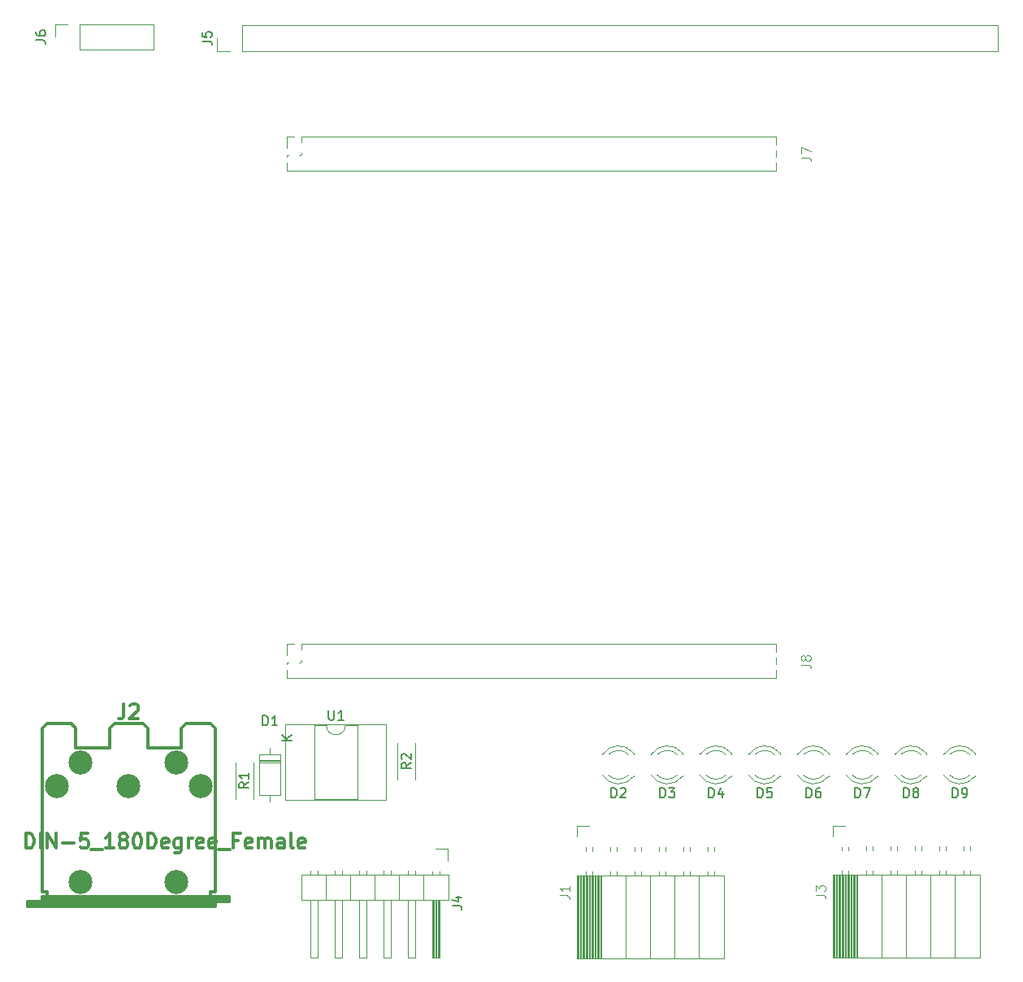
<source format=gbr>
%TF.GenerationSoftware,KiCad,Pcbnew,7.0.10*%
%TF.CreationDate,2024-01-11T09:38:06+00:00*%
%TF.ProjectId,Breakout,42726561-6b6f-4757-942e-6b696361645f,rev?*%
%TF.SameCoordinates,Original*%
%TF.FileFunction,Legend,Top*%
%TF.FilePolarity,Positive*%
%FSLAX46Y46*%
G04 Gerber Fmt 4.6, Leading zero omitted, Abs format (unit mm)*
G04 Created by KiCad (PCBNEW 7.0.10) date 2024-01-11 09:38:06*
%MOMM*%
%LPD*%
G01*
G04 APERTURE LIST*
%ADD10C,0.150000*%
%ADD11C,0.100000*%
%ADD12C,0.304800*%
%ADD13C,0.120000*%
%ADD14C,2.499360*%
G04 APERTURE END LIST*
D10*
X44944819Y-21288333D02*
X45659104Y-21288333D01*
X45659104Y-21288333D02*
X45801961Y-21335952D01*
X45801961Y-21335952D02*
X45897200Y-21431190D01*
X45897200Y-21431190D02*
X45944819Y-21574047D01*
X45944819Y-21574047D02*
X45944819Y-21669285D01*
X44944819Y-20383571D02*
X44944819Y-20574047D01*
X44944819Y-20574047D02*
X44992438Y-20669285D01*
X44992438Y-20669285D02*
X45040057Y-20716904D01*
X45040057Y-20716904D02*
X45182914Y-20812142D01*
X45182914Y-20812142D02*
X45373390Y-20859761D01*
X45373390Y-20859761D02*
X45754342Y-20859761D01*
X45754342Y-20859761D02*
X45849580Y-20812142D01*
X45849580Y-20812142D02*
X45897200Y-20764523D01*
X45897200Y-20764523D02*
X45944819Y-20669285D01*
X45944819Y-20669285D02*
X45944819Y-20478809D01*
X45944819Y-20478809D02*
X45897200Y-20383571D01*
X45897200Y-20383571D02*
X45849580Y-20335952D01*
X45849580Y-20335952D02*
X45754342Y-20288333D01*
X45754342Y-20288333D02*
X45516247Y-20288333D01*
X45516247Y-20288333D02*
X45421009Y-20335952D01*
X45421009Y-20335952D02*
X45373390Y-20383571D01*
X45373390Y-20383571D02*
X45325771Y-20478809D01*
X45325771Y-20478809D02*
X45325771Y-20669285D01*
X45325771Y-20669285D02*
X45373390Y-20764523D01*
X45373390Y-20764523D02*
X45421009Y-20812142D01*
X45421009Y-20812142D02*
X45516247Y-20859761D01*
X84020819Y-96559666D02*
X83544628Y-96892999D01*
X84020819Y-97131094D02*
X83020819Y-97131094D01*
X83020819Y-97131094D02*
X83020819Y-96750142D01*
X83020819Y-96750142D02*
X83068438Y-96654904D01*
X83068438Y-96654904D02*
X83116057Y-96607285D01*
X83116057Y-96607285D02*
X83211295Y-96559666D01*
X83211295Y-96559666D02*
X83354152Y-96559666D01*
X83354152Y-96559666D02*
X83449390Y-96607285D01*
X83449390Y-96607285D02*
X83497009Y-96654904D01*
X83497009Y-96654904D02*
X83544628Y-96750142D01*
X83544628Y-96750142D02*
X83544628Y-97131094D01*
X83116057Y-96178713D02*
X83068438Y-96131094D01*
X83068438Y-96131094D02*
X83020819Y-96035856D01*
X83020819Y-96035856D02*
X83020819Y-95797761D01*
X83020819Y-95797761D02*
X83068438Y-95702523D01*
X83068438Y-95702523D02*
X83116057Y-95654904D01*
X83116057Y-95654904D02*
X83211295Y-95607285D01*
X83211295Y-95607285D02*
X83306533Y-95607285D01*
X83306533Y-95607285D02*
X83449390Y-95654904D01*
X83449390Y-95654904D02*
X84020819Y-96226332D01*
X84020819Y-96226332D02*
X84020819Y-95607285D01*
X140485905Y-100188819D02*
X140485905Y-99188819D01*
X140485905Y-99188819D02*
X140724000Y-99188819D01*
X140724000Y-99188819D02*
X140866857Y-99236438D01*
X140866857Y-99236438D02*
X140962095Y-99331676D01*
X140962095Y-99331676D02*
X141009714Y-99426914D01*
X141009714Y-99426914D02*
X141057333Y-99617390D01*
X141057333Y-99617390D02*
X141057333Y-99760247D01*
X141057333Y-99760247D02*
X141009714Y-99950723D01*
X141009714Y-99950723D02*
X140962095Y-100045961D01*
X140962095Y-100045961D02*
X140866857Y-100141200D01*
X140866857Y-100141200D02*
X140724000Y-100188819D01*
X140724000Y-100188819D02*
X140485905Y-100188819D01*
X141533524Y-100188819D02*
X141724000Y-100188819D01*
X141724000Y-100188819D02*
X141819238Y-100141200D01*
X141819238Y-100141200D02*
X141866857Y-100093580D01*
X141866857Y-100093580D02*
X141962095Y-99950723D01*
X141962095Y-99950723D02*
X142009714Y-99760247D01*
X142009714Y-99760247D02*
X142009714Y-99379295D01*
X142009714Y-99379295D02*
X141962095Y-99284057D01*
X141962095Y-99284057D02*
X141914476Y-99236438D01*
X141914476Y-99236438D02*
X141819238Y-99188819D01*
X141819238Y-99188819D02*
X141628762Y-99188819D01*
X141628762Y-99188819D02*
X141533524Y-99236438D01*
X141533524Y-99236438D02*
X141485905Y-99284057D01*
X141485905Y-99284057D02*
X141438286Y-99379295D01*
X141438286Y-99379295D02*
X141438286Y-99617390D01*
X141438286Y-99617390D02*
X141485905Y-99712628D01*
X141485905Y-99712628D02*
X141533524Y-99760247D01*
X141533524Y-99760247D02*
X141628762Y-99807866D01*
X141628762Y-99807866D02*
X141819238Y-99807866D01*
X141819238Y-99807866D02*
X141914476Y-99760247D01*
X141914476Y-99760247D02*
X141962095Y-99712628D01*
X141962095Y-99712628D02*
X142009714Y-99617390D01*
X104925905Y-100188819D02*
X104925905Y-99188819D01*
X104925905Y-99188819D02*
X105164000Y-99188819D01*
X105164000Y-99188819D02*
X105306857Y-99236438D01*
X105306857Y-99236438D02*
X105402095Y-99331676D01*
X105402095Y-99331676D02*
X105449714Y-99426914D01*
X105449714Y-99426914D02*
X105497333Y-99617390D01*
X105497333Y-99617390D02*
X105497333Y-99760247D01*
X105497333Y-99760247D02*
X105449714Y-99950723D01*
X105449714Y-99950723D02*
X105402095Y-100045961D01*
X105402095Y-100045961D02*
X105306857Y-100141200D01*
X105306857Y-100141200D02*
X105164000Y-100188819D01*
X105164000Y-100188819D02*
X104925905Y-100188819D01*
X105878286Y-99284057D02*
X105925905Y-99236438D01*
X105925905Y-99236438D02*
X106021143Y-99188819D01*
X106021143Y-99188819D02*
X106259238Y-99188819D01*
X106259238Y-99188819D02*
X106354476Y-99236438D01*
X106354476Y-99236438D02*
X106402095Y-99284057D01*
X106402095Y-99284057D02*
X106449714Y-99379295D01*
X106449714Y-99379295D02*
X106449714Y-99474533D01*
X106449714Y-99474533D02*
X106402095Y-99617390D01*
X106402095Y-99617390D02*
X105830667Y-100188819D01*
X105830667Y-100188819D02*
X106449714Y-100188819D01*
X62275819Y-21415333D02*
X62990104Y-21415333D01*
X62990104Y-21415333D02*
X63132961Y-21462952D01*
X63132961Y-21462952D02*
X63228200Y-21558190D01*
X63228200Y-21558190D02*
X63275819Y-21701047D01*
X63275819Y-21701047D02*
X63275819Y-21796285D01*
X62275819Y-20462952D02*
X62275819Y-20939142D01*
X62275819Y-20939142D02*
X62752009Y-20986761D01*
X62752009Y-20986761D02*
X62704390Y-20939142D01*
X62704390Y-20939142D02*
X62656771Y-20843904D01*
X62656771Y-20843904D02*
X62656771Y-20605809D01*
X62656771Y-20605809D02*
X62704390Y-20510571D01*
X62704390Y-20510571D02*
X62752009Y-20462952D01*
X62752009Y-20462952D02*
X62847247Y-20415333D01*
X62847247Y-20415333D02*
X63085342Y-20415333D01*
X63085342Y-20415333D02*
X63180580Y-20462952D01*
X63180580Y-20462952D02*
X63228200Y-20510571D01*
X63228200Y-20510571D02*
X63275819Y-20605809D01*
X63275819Y-20605809D02*
X63275819Y-20843904D01*
X63275819Y-20843904D02*
X63228200Y-20939142D01*
X63228200Y-20939142D02*
X63180580Y-20986761D01*
D11*
X124688619Y-33519933D02*
X125402904Y-33519933D01*
X125402904Y-33519933D02*
X125545761Y-33567552D01*
X125545761Y-33567552D02*
X125641000Y-33662790D01*
X125641000Y-33662790D02*
X125688619Y-33805647D01*
X125688619Y-33805647D02*
X125688619Y-33900885D01*
X124688619Y-33138980D02*
X124688619Y-32472314D01*
X124688619Y-32472314D02*
X125688619Y-32900885D01*
D10*
X130325905Y-100188819D02*
X130325905Y-99188819D01*
X130325905Y-99188819D02*
X130564000Y-99188819D01*
X130564000Y-99188819D02*
X130706857Y-99236438D01*
X130706857Y-99236438D02*
X130802095Y-99331676D01*
X130802095Y-99331676D02*
X130849714Y-99426914D01*
X130849714Y-99426914D02*
X130897333Y-99617390D01*
X130897333Y-99617390D02*
X130897333Y-99760247D01*
X130897333Y-99760247D02*
X130849714Y-99950723D01*
X130849714Y-99950723D02*
X130802095Y-100045961D01*
X130802095Y-100045961D02*
X130706857Y-100141200D01*
X130706857Y-100141200D02*
X130564000Y-100188819D01*
X130564000Y-100188819D02*
X130325905Y-100188819D01*
X131230667Y-99188819D02*
X131897333Y-99188819D01*
X131897333Y-99188819D02*
X131468762Y-100188819D01*
X68603905Y-92656819D02*
X68603905Y-91656819D01*
X68603905Y-91656819D02*
X68842000Y-91656819D01*
X68842000Y-91656819D02*
X68984857Y-91704438D01*
X68984857Y-91704438D02*
X69080095Y-91799676D01*
X69080095Y-91799676D02*
X69127714Y-91894914D01*
X69127714Y-91894914D02*
X69175333Y-92085390D01*
X69175333Y-92085390D02*
X69175333Y-92228247D01*
X69175333Y-92228247D02*
X69127714Y-92418723D01*
X69127714Y-92418723D02*
X69080095Y-92513961D01*
X69080095Y-92513961D02*
X68984857Y-92609200D01*
X68984857Y-92609200D02*
X68842000Y-92656819D01*
X68842000Y-92656819D02*
X68603905Y-92656819D01*
X70127714Y-92656819D02*
X69556286Y-92656819D01*
X69842000Y-92656819D02*
X69842000Y-91656819D01*
X69842000Y-91656819D02*
X69746762Y-91799676D01*
X69746762Y-91799676D02*
X69651524Y-91894914D01*
X69651524Y-91894914D02*
X69556286Y-91942533D01*
X71596819Y-94241904D02*
X70596819Y-94241904D01*
X71596819Y-93670476D02*
X71025390Y-94099047D01*
X70596819Y-93670476D02*
X71168247Y-94241904D01*
D12*
X54114799Y-90478181D02*
X54114799Y-91566752D01*
X54114799Y-91566752D02*
X54042228Y-91784467D01*
X54042228Y-91784467D02*
X53897085Y-91929610D01*
X53897085Y-91929610D02*
X53679371Y-92002181D01*
X53679371Y-92002181D02*
X53534228Y-92002181D01*
X54767942Y-90623324D02*
X54840514Y-90550752D01*
X54840514Y-90550752D02*
X54985657Y-90478181D01*
X54985657Y-90478181D02*
X55348514Y-90478181D01*
X55348514Y-90478181D02*
X55493657Y-90550752D01*
X55493657Y-90550752D02*
X55566228Y-90623324D01*
X55566228Y-90623324D02*
X55638799Y-90768467D01*
X55638799Y-90768467D02*
X55638799Y-90913610D01*
X55638799Y-90913610D02*
X55566228Y-91131324D01*
X55566228Y-91131324D02*
X54695371Y-92002181D01*
X54695371Y-92002181D02*
X55638799Y-92002181D01*
X43905713Y-105464181D02*
X43905713Y-103940181D01*
X43905713Y-103940181D02*
X44268570Y-103940181D01*
X44268570Y-103940181D02*
X44486284Y-104012752D01*
X44486284Y-104012752D02*
X44631427Y-104157895D01*
X44631427Y-104157895D02*
X44703998Y-104303038D01*
X44703998Y-104303038D02*
X44776570Y-104593324D01*
X44776570Y-104593324D02*
X44776570Y-104811038D01*
X44776570Y-104811038D02*
X44703998Y-105101324D01*
X44703998Y-105101324D02*
X44631427Y-105246467D01*
X44631427Y-105246467D02*
X44486284Y-105391610D01*
X44486284Y-105391610D02*
X44268570Y-105464181D01*
X44268570Y-105464181D02*
X43905713Y-105464181D01*
X45429713Y-105464181D02*
X45429713Y-103940181D01*
X46155427Y-105464181D02*
X46155427Y-103940181D01*
X46155427Y-103940181D02*
X47026284Y-105464181D01*
X47026284Y-105464181D02*
X47026284Y-103940181D01*
X47751998Y-104883610D02*
X48913141Y-104883610D01*
X50364569Y-103940181D02*
X49638855Y-103940181D01*
X49638855Y-103940181D02*
X49566283Y-104665895D01*
X49566283Y-104665895D02*
X49638855Y-104593324D01*
X49638855Y-104593324D02*
X49783998Y-104520752D01*
X49783998Y-104520752D02*
X50146855Y-104520752D01*
X50146855Y-104520752D02*
X50291998Y-104593324D01*
X50291998Y-104593324D02*
X50364569Y-104665895D01*
X50364569Y-104665895D02*
X50437140Y-104811038D01*
X50437140Y-104811038D02*
X50437140Y-105173895D01*
X50437140Y-105173895D02*
X50364569Y-105319038D01*
X50364569Y-105319038D02*
X50291998Y-105391610D01*
X50291998Y-105391610D02*
X50146855Y-105464181D01*
X50146855Y-105464181D02*
X49783998Y-105464181D01*
X49783998Y-105464181D02*
X49638855Y-105391610D01*
X49638855Y-105391610D02*
X49566283Y-105319038D01*
X50727427Y-105609324D02*
X51888569Y-105609324D01*
X53049712Y-105464181D02*
X52178855Y-105464181D01*
X52614284Y-105464181D02*
X52614284Y-103940181D01*
X52614284Y-103940181D02*
X52469141Y-104157895D01*
X52469141Y-104157895D02*
X52323998Y-104303038D01*
X52323998Y-104303038D02*
X52178855Y-104375610D01*
X53920570Y-104593324D02*
X53775427Y-104520752D01*
X53775427Y-104520752D02*
X53702856Y-104448181D01*
X53702856Y-104448181D02*
X53630284Y-104303038D01*
X53630284Y-104303038D02*
X53630284Y-104230467D01*
X53630284Y-104230467D02*
X53702856Y-104085324D01*
X53702856Y-104085324D02*
X53775427Y-104012752D01*
X53775427Y-104012752D02*
X53920570Y-103940181D01*
X53920570Y-103940181D02*
X54210856Y-103940181D01*
X54210856Y-103940181D02*
X54355999Y-104012752D01*
X54355999Y-104012752D02*
X54428570Y-104085324D01*
X54428570Y-104085324D02*
X54501141Y-104230467D01*
X54501141Y-104230467D02*
X54501141Y-104303038D01*
X54501141Y-104303038D02*
X54428570Y-104448181D01*
X54428570Y-104448181D02*
X54355999Y-104520752D01*
X54355999Y-104520752D02*
X54210856Y-104593324D01*
X54210856Y-104593324D02*
X53920570Y-104593324D01*
X53920570Y-104593324D02*
X53775427Y-104665895D01*
X53775427Y-104665895D02*
X53702856Y-104738467D01*
X53702856Y-104738467D02*
X53630284Y-104883610D01*
X53630284Y-104883610D02*
X53630284Y-105173895D01*
X53630284Y-105173895D02*
X53702856Y-105319038D01*
X53702856Y-105319038D02*
X53775427Y-105391610D01*
X53775427Y-105391610D02*
X53920570Y-105464181D01*
X53920570Y-105464181D02*
X54210856Y-105464181D01*
X54210856Y-105464181D02*
X54355999Y-105391610D01*
X54355999Y-105391610D02*
X54428570Y-105319038D01*
X54428570Y-105319038D02*
X54501141Y-105173895D01*
X54501141Y-105173895D02*
X54501141Y-104883610D01*
X54501141Y-104883610D02*
X54428570Y-104738467D01*
X54428570Y-104738467D02*
X54355999Y-104665895D01*
X54355999Y-104665895D02*
X54210856Y-104593324D01*
X55444570Y-103940181D02*
X55589713Y-103940181D01*
X55589713Y-103940181D02*
X55734856Y-104012752D01*
X55734856Y-104012752D02*
X55807428Y-104085324D01*
X55807428Y-104085324D02*
X55879999Y-104230467D01*
X55879999Y-104230467D02*
X55952570Y-104520752D01*
X55952570Y-104520752D02*
X55952570Y-104883610D01*
X55952570Y-104883610D02*
X55879999Y-105173895D01*
X55879999Y-105173895D02*
X55807428Y-105319038D01*
X55807428Y-105319038D02*
X55734856Y-105391610D01*
X55734856Y-105391610D02*
X55589713Y-105464181D01*
X55589713Y-105464181D02*
X55444570Y-105464181D01*
X55444570Y-105464181D02*
X55299428Y-105391610D01*
X55299428Y-105391610D02*
X55226856Y-105319038D01*
X55226856Y-105319038D02*
X55154285Y-105173895D01*
X55154285Y-105173895D02*
X55081713Y-104883610D01*
X55081713Y-104883610D02*
X55081713Y-104520752D01*
X55081713Y-104520752D02*
X55154285Y-104230467D01*
X55154285Y-104230467D02*
X55226856Y-104085324D01*
X55226856Y-104085324D02*
X55299428Y-104012752D01*
X55299428Y-104012752D02*
X55444570Y-103940181D01*
X56605714Y-105464181D02*
X56605714Y-103940181D01*
X56605714Y-103940181D02*
X56968571Y-103940181D01*
X56968571Y-103940181D02*
X57186285Y-104012752D01*
X57186285Y-104012752D02*
X57331428Y-104157895D01*
X57331428Y-104157895D02*
X57403999Y-104303038D01*
X57403999Y-104303038D02*
X57476571Y-104593324D01*
X57476571Y-104593324D02*
X57476571Y-104811038D01*
X57476571Y-104811038D02*
X57403999Y-105101324D01*
X57403999Y-105101324D02*
X57331428Y-105246467D01*
X57331428Y-105246467D02*
X57186285Y-105391610D01*
X57186285Y-105391610D02*
X56968571Y-105464181D01*
X56968571Y-105464181D02*
X56605714Y-105464181D01*
X58710285Y-105391610D02*
X58565142Y-105464181D01*
X58565142Y-105464181D02*
X58274857Y-105464181D01*
X58274857Y-105464181D02*
X58129714Y-105391610D01*
X58129714Y-105391610D02*
X58057142Y-105246467D01*
X58057142Y-105246467D02*
X58057142Y-104665895D01*
X58057142Y-104665895D02*
X58129714Y-104520752D01*
X58129714Y-104520752D02*
X58274857Y-104448181D01*
X58274857Y-104448181D02*
X58565142Y-104448181D01*
X58565142Y-104448181D02*
X58710285Y-104520752D01*
X58710285Y-104520752D02*
X58782857Y-104665895D01*
X58782857Y-104665895D02*
X58782857Y-104811038D01*
X58782857Y-104811038D02*
X58057142Y-104956181D01*
X60089143Y-104448181D02*
X60089143Y-105681895D01*
X60089143Y-105681895D02*
X60016571Y-105827038D01*
X60016571Y-105827038D02*
X59944000Y-105899610D01*
X59944000Y-105899610D02*
X59798857Y-105972181D01*
X59798857Y-105972181D02*
X59581143Y-105972181D01*
X59581143Y-105972181D02*
X59436000Y-105899610D01*
X60089143Y-105391610D02*
X59944000Y-105464181D01*
X59944000Y-105464181D02*
X59653714Y-105464181D01*
X59653714Y-105464181D02*
X59508571Y-105391610D01*
X59508571Y-105391610D02*
X59436000Y-105319038D01*
X59436000Y-105319038D02*
X59363428Y-105173895D01*
X59363428Y-105173895D02*
X59363428Y-104738467D01*
X59363428Y-104738467D02*
X59436000Y-104593324D01*
X59436000Y-104593324D02*
X59508571Y-104520752D01*
X59508571Y-104520752D02*
X59653714Y-104448181D01*
X59653714Y-104448181D02*
X59944000Y-104448181D01*
X59944000Y-104448181D02*
X60089143Y-104520752D01*
X60814857Y-105464181D02*
X60814857Y-104448181D01*
X60814857Y-104738467D02*
X60887428Y-104593324D01*
X60887428Y-104593324D02*
X60960000Y-104520752D01*
X60960000Y-104520752D02*
X61105142Y-104448181D01*
X61105142Y-104448181D02*
X61250285Y-104448181D01*
X62338857Y-105391610D02*
X62193714Y-105464181D01*
X62193714Y-105464181D02*
X61903429Y-105464181D01*
X61903429Y-105464181D02*
X61758286Y-105391610D01*
X61758286Y-105391610D02*
X61685714Y-105246467D01*
X61685714Y-105246467D02*
X61685714Y-104665895D01*
X61685714Y-104665895D02*
X61758286Y-104520752D01*
X61758286Y-104520752D02*
X61903429Y-104448181D01*
X61903429Y-104448181D02*
X62193714Y-104448181D01*
X62193714Y-104448181D02*
X62338857Y-104520752D01*
X62338857Y-104520752D02*
X62411429Y-104665895D01*
X62411429Y-104665895D02*
X62411429Y-104811038D01*
X62411429Y-104811038D02*
X61685714Y-104956181D01*
X63645143Y-105391610D02*
X63500000Y-105464181D01*
X63500000Y-105464181D02*
X63209715Y-105464181D01*
X63209715Y-105464181D02*
X63064572Y-105391610D01*
X63064572Y-105391610D02*
X62992000Y-105246467D01*
X62992000Y-105246467D02*
X62992000Y-104665895D01*
X62992000Y-104665895D02*
X63064572Y-104520752D01*
X63064572Y-104520752D02*
X63209715Y-104448181D01*
X63209715Y-104448181D02*
X63500000Y-104448181D01*
X63500000Y-104448181D02*
X63645143Y-104520752D01*
X63645143Y-104520752D02*
X63717715Y-104665895D01*
X63717715Y-104665895D02*
X63717715Y-104811038D01*
X63717715Y-104811038D02*
X62992000Y-104956181D01*
X64008001Y-105609324D02*
X65169143Y-105609324D01*
X66040001Y-104665895D02*
X65532001Y-104665895D01*
X65532001Y-105464181D02*
X65532001Y-103940181D01*
X65532001Y-103940181D02*
X66257715Y-103940181D01*
X67418858Y-105391610D02*
X67273715Y-105464181D01*
X67273715Y-105464181D02*
X66983430Y-105464181D01*
X66983430Y-105464181D02*
X66838287Y-105391610D01*
X66838287Y-105391610D02*
X66765715Y-105246467D01*
X66765715Y-105246467D02*
X66765715Y-104665895D01*
X66765715Y-104665895D02*
X66838287Y-104520752D01*
X66838287Y-104520752D02*
X66983430Y-104448181D01*
X66983430Y-104448181D02*
X67273715Y-104448181D01*
X67273715Y-104448181D02*
X67418858Y-104520752D01*
X67418858Y-104520752D02*
X67491430Y-104665895D01*
X67491430Y-104665895D02*
X67491430Y-104811038D01*
X67491430Y-104811038D02*
X66765715Y-104956181D01*
X68144573Y-105464181D02*
X68144573Y-104448181D01*
X68144573Y-104593324D02*
X68217144Y-104520752D01*
X68217144Y-104520752D02*
X68362287Y-104448181D01*
X68362287Y-104448181D02*
X68580001Y-104448181D01*
X68580001Y-104448181D02*
X68725144Y-104520752D01*
X68725144Y-104520752D02*
X68797716Y-104665895D01*
X68797716Y-104665895D02*
X68797716Y-105464181D01*
X68797716Y-104665895D02*
X68870287Y-104520752D01*
X68870287Y-104520752D02*
X69015430Y-104448181D01*
X69015430Y-104448181D02*
X69233144Y-104448181D01*
X69233144Y-104448181D02*
X69378287Y-104520752D01*
X69378287Y-104520752D02*
X69450858Y-104665895D01*
X69450858Y-104665895D02*
X69450858Y-105464181D01*
X70829716Y-105464181D02*
X70829716Y-104665895D01*
X70829716Y-104665895D02*
X70757144Y-104520752D01*
X70757144Y-104520752D02*
X70612001Y-104448181D01*
X70612001Y-104448181D02*
X70321716Y-104448181D01*
X70321716Y-104448181D02*
X70176573Y-104520752D01*
X70829716Y-105391610D02*
X70684573Y-105464181D01*
X70684573Y-105464181D02*
X70321716Y-105464181D01*
X70321716Y-105464181D02*
X70176573Y-105391610D01*
X70176573Y-105391610D02*
X70104001Y-105246467D01*
X70104001Y-105246467D02*
X70104001Y-105101324D01*
X70104001Y-105101324D02*
X70176573Y-104956181D01*
X70176573Y-104956181D02*
X70321716Y-104883610D01*
X70321716Y-104883610D02*
X70684573Y-104883610D01*
X70684573Y-104883610D02*
X70829716Y-104811038D01*
X71773144Y-105464181D02*
X71628001Y-105391610D01*
X71628001Y-105391610D02*
X71555430Y-105246467D01*
X71555430Y-105246467D02*
X71555430Y-103940181D01*
X72934287Y-105391610D02*
X72789144Y-105464181D01*
X72789144Y-105464181D02*
X72498859Y-105464181D01*
X72498859Y-105464181D02*
X72353716Y-105391610D01*
X72353716Y-105391610D02*
X72281144Y-105246467D01*
X72281144Y-105246467D02*
X72281144Y-104665895D01*
X72281144Y-104665895D02*
X72353716Y-104520752D01*
X72353716Y-104520752D02*
X72498859Y-104448181D01*
X72498859Y-104448181D02*
X72789144Y-104448181D01*
X72789144Y-104448181D02*
X72934287Y-104520752D01*
X72934287Y-104520752D02*
X73006859Y-104665895D01*
X73006859Y-104665895D02*
X73006859Y-104811038D01*
X73006859Y-104811038D02*
X72281144Y-104956181D01*
D10*
X120165905Y-100188819D02*
X120165905Y-99188819D01*
X120165905Y-99188819D02*
X120404000Y-99188819D01*
X120404000Y-99188819D02*
X120546857Y-99236438D01*
X120546857Y-99236438D02*
X120642095Y-99331676D01*
X120642095Y-99331676D02*
X120689714Y-99426914D01*
X120689714Y-99426914D02*
X120737333Y-99617390D01*
X120737333Y-99617390D02*
X120737333Y-99760247D01*
X120737333Y-99760247D02*
X120689714Y-99950723D01*
X120689714Y-99950723D02*
X120642095Y-100045961D01*
X120642095Y-100045961D02*
X120546857Y-100141200D01*
X120546857Y-100141200D02*
X120404000Y-100188819D01*
X120404000Y-100188819D02*
X120165905Y-100188819D01*
X121642095Y-99188819D02*
X121165905Y-99188819D01*
X121165905Y-99188819D02*
X121118286Y-99665009D01*
X121118286Y-99665009D02*
X121165905Y-99617390D01*
X121165905Y-99617390D02*
X121261143Y-99569771D01*
X121261143Y-99569771D02*
X121499238Y-99569771D01*
X121499238Y-99569771D02*
X121594476Y-99617390D01*
X121594476Y-99617390D02*
X121642095Y-99665009D01*
X121642095Y-99665009D02*
X121689714Y-99760247D01*
X121689714Y-99760247D02*
X121689714Y-99998342D01*
X121689714Y-99998342D02*
X121642095Y-100093580D01*
X121642095Y-100093580D02*
X121594476Y-100141200D01*
X121594476Y-100141200D02*
X121499238Y-100188819D01*
X121499238Y-100188819D02*
X121261143Y-100188819D01*
X121261143Y-100188819D02*
X121165905Y-100141200D01*
X121165905Y-100141200D02*
X121118286Y-100093580D01*
X115085905Y-100188819D02*
X115085905Y-99188819D01*
X115085905Y-99188819D02*
X115324000Y-99188819D01*
X115324000Y-99188819D02*
X115466857Y-99236438D01*
X115466857Y-99236438D02*
X115562095Y-99331676D01*
X115562095Y-99331676D02*
X115609714Y-99426914D01*
X115609714Y-99426914D02*
X115657333Y-99617390D01*
X115657333Y-99617390D02*
X115657333Y-99760247D01*
X115657333Y-99760247D02*
X115609714Y-99950723D01*
X115609714Y-99950723D02*
X115562095Y-100045961D01*
X115562095Y-100045961D02*
X115466857Y-100141200D01*
X115466857Y-100141200D02*
X115324000Y-100188819D01*
X115324000Y-100188819D02*
X115085905Y-100188819D01*
X116514476Y-99522152D02*
X116514476Y-100188819D01*
X116276381Y-99141200D02*
X116038286Y-99855485D01*
X116038286Y-99855485D02*
X116657333Y-99855485D01*
X75448095Y-91094819D02*
X75448095Y-91904342D01*
X75448095Y-91904342D02*
X75495714Y-91999580D01*
X75495714Y-91999580D02*
X75543333Y-92047200D01*
X75543333Y-92047200D02*
X75638571Y-92094819D01*
X75638571Y-92094819D02*
X75829047Y-92094819D01*
X75829047Y-92094819D02*
X75924285Y-92047200D01*
X75924285Y-92047200D02*
X75971904Y-91999580D01*
X75971904Y-91999580D02*
X76019523Y-91904342D01*
X76019523Y-91904342D02*
X76019523Y-91094819D01*
X77019523Y-92094819D02*
X76448095Y-92094819D01*
X76733809Y-92094819D02*
X76733809Y-91094819D01*
X76733809Y-91094819D02*
X76638571Y-91237676D01*
X76638571Y-91237676D02*
X76543333Y-91332914D01*
X76543333Y-91332914D02*
X76448095Y-91380533D01*
X88338819Y-111468333D02*
X89053104Y-111468333D01*
X89053104Y-111468333D02*
X89195961Y-111515952D01*
X89195961Y-111515952D02*
X89291200Y-111611190D01*
X89291200Y-111611190D02*
X89338819Y-111754047D01*
X89338819Y-111754047D02*
X89338819Y-111849285D01*
X88672152Y-110563571D02*
X89338819Y-110563571D01*
X88291200Y-110801666D02*
X89005485Y-111039761D01*
X89005485Y-111039761D02*
X89005485Y-110420714D01*
X110000905Y-100188819D02*
X110000905Y-99188819D01*
X110000905Y-99188819D02*
X110239000Y-99188819D01*
X110239000Y-99188819D02*
X110381857Y-99236438D01*
X110381857Y-99236438D02*
X110477095Y-99331676D01*
X110477095Y-99331676D02*
X110524714Y-99426914D01*
X110524714Y-99426914D02*
X110572333Y-99617390D01*
X110572333Y-99617390D02*
X110572333Y-99760247D01*
X110572333Y-99760247D02*
X110524714Y-99950723D01*
X110524714Y-99950723D02*
X110477095Y-100045961D01*
X110477095Y-100045961D02*
X110381857Y-100141200D01*
X110381857Y-100141200D02*
X110239000Y-100188819D01*
X110239000Y-100188819D02*
X110000905Y-100188819D01*
X110905667Y-99188819D02*
X111524714Y-99188819D01*
X111524714Y-99188819D02*
X111191381Y-99569771D01*
X111191381Y-99569771D02*
X111334238Y-99569771D01*
X111334238Y-99569771D02*
X111429476Y-99617390D01*
X111429476Y-99617390D02*
X111477095Y-99665009D01*
X111477095Y-99665009D02*
X111524714Y-99760247D01*
X111524714Y-99760247D02*
X111524714Y-99998342D01*
X111524714Y-99998342D02*
X111477095Y-100093580D01*
X111477095Y-100093580D02*
X111429476Y-100141200D01*
X111429476Y-100141200D02*
X111334238Y-100188819D01*
X111334238Y-100188819D02*
X111048524Y-100188819D01*
X111048524Y-100188819D02*
X110953286Y-100141200D01*
X110953286Y-100141200D02*
X110905667Y-100093580D01*
D11*
X99533419Y-110375333D02*
X100247704Y-110375333D01*
X100247704Y-110375333D02*
X100390561Y-110422952D01*
X100390561Y-110422952D02*
X100485800Y-110518190D01*
X100485800Y-110518190D02*
X100533419Y-110661047D01*
X100533419Y-110661047D02*
X100533419Y-110756285D01*
X100533419Y-109375333D02*
X100533419Y-109946761D01*
X100533419Y-109661047D02*
X99533419Y-109661047D01*
X99533419Y-109661047D02*
X99676276Y-109756285D01*
X99676276Y-109756285D02*
X99771514Y-109851523D01*
X99771514Y-109851523D02*
X99819133Y-109946761D01*
X126203419Y-110315333D02*
X126917704Y-110315333D01*
X126917704Y-110315333D02*
X127060561Y-110362952D01*
X127060561Y-110362952D02*
X127155800Y-110458190D01*
X127155800Y-110458190D02*
X127203419Y-110601047D01*
X127203419Y-110601047D02*
X127203419Y-110696285D01*
X126203419Y-109934380D02*
X126203419Y-109315333D01*
X126203419Y-109315333D02*
X126584371Y-109648666D01*
X126584371Y-109648666D02*
X126584371Y-109505809D01*
X126584371Y-109505809D02*
X126631990Y-109410571D01*
X126631990Y-109410571D02*
X126679609Y-109362952D01*
X126679609Y-109362952D02*
X126774847Y-109315333D01*
X126774847Y-109315333D02*
X127012942Y-109315333D01*
X127012942Y-109315333D02*
X127108180Y-109362952D01*
X127108180Y-109362952D02*
X127155800Y-109410571D01*
X127155800Y-109410571D02*
X127203419Y-109505809D01*
X127203419Y-109505809D02*
X127203419Y-109791523D01*
X127203419Y-109791523D02*
X127155800Y-109886761D01*
X127155800Y-109886761D02*
X127108180Y-109934380D01*
D10*
X125245905Y-100188819D02*
X125245905Y-99188819D01*
X125245905Y-99188819D02*
X125484000Y-99188819D01*
X125484000Y-99188819D02*
X125626857Y-99236438D01*
X125626857Y-99236438D02*
X125722095Y-99331676D01*
X125722095Y-99331676D02*
X125769714Y-99426914D01*
X125769714Y-99426914D02*
X125817333Y-99617390D01*
X125817333Y-99617390D02*
X125817333Y-99760247D01*
X125817333Y-99760247D02*
X125769714Y-99950723D01*
X125769714Y-99950723D02*
X125722095Y-100045961D01*
X125722095Y-100045961D02*
X125626857Y-100141200D01*
X125626857Y-100141200D02*
X125484000Y-100188819D01*
X125484000Y-100188819D02*
X125245905Y-100188819D01*
X126674476Y-99188819D02*
X126484000Y-99188819D01*
X126484000Y-99188819D02*
X126388762Y-99236438D01*
X126388762Y-99236438D02*
X126341143Y-99284057D01*
X126341143Y-99284057D02*
X126245905Y-99426914D01*
X126245905Y-99426914D02*
X126198286Y-99617390D01*
X126198286Y-99617390D02*
X126198286Y-99998342D01*
X126198286Y-99998342D02*
X126245905Y-100093580D01*
X126245905Y-100093580D02*
X126293524Y-100141200D01*
X126293524Y-100141200D02*
X126388762Y-100188819D01*
X126388762Y-100188819D02*
X126579238Y-100188819D01*
X126579238Y-100188819D02*
X126674476Y-100141200D01*
X126674476Y-100141200D02*
X126722095Y-100093580D01*
X126722095Y-100093580D02*
X126769714Y-99998342D01*
X126769714Y-99998342D02*
X126769714Y-99760247D01*
X126769714Y-99760247D02*
X126722095Y-99665009D01*
X126722095Y-99665009D02*
X126674476Y-99617390D01*
X126674476Y-99617390D02*
X126579238Y-99569771D01*
X126579238Y-99569771D02*
X126388762Y-99569771D01*
X126388762Y-99569771D02*
X126293524Y-99617390D01*
X126293524Y-99617390D02*
X126245905Y-99665009D01*
X126245905Y-99665009D02*
X126198286Y-99760247D01*
X67129819Y-98591666D02*
X66653628Y-98924999D01*
X67129819Y-99163094D02*
X66129819Y-99163094D01*
X66129819Y-99163094D02*
X66129819Y-98782142D01*
X66129819Y-98782142D02*
X66177438Y-98686904D01*
X66177438Y-98686904D02*
X66225057Y-98639285D01*
X66225057Y-98639285D02*
X66320295Y-98591666D01*
X66320295Y-98591666D02*
X66463152Y-98591666D01*
X66463152Y-98591666D02*
X66558390Y-98639285D01*
X66558390Y-98639285D02*
X66606009Y-98686904D01*
X66606009Y-98686904D02*
X66653628Y-98782142D01*
X66653628Y-98782142D02*
X66653628Y-99163094D01*
X67129819Y-97639285D02*
X67129819Y-98210713D01*
X67129819Y-97924999D02*
X66129819Y-97924999D01*
X66129819Y-97924999D02*
X66272676Y-98020237D01*
X66272676Y-98020237D02*
X66367914Y-98115475D01*
X66367914Y-98115475D02*
X66415533Y-98210713D01*
X135405905Y-100188819D02*
X135405905Y-99188819D01*
X135405905Y-99188819D02*
X135644000Y-99188819D01*
X135644000Y-99188819D02*
X135786857Y-99236438D01*
X135786857Y-99236438D02*
X135882095Y-99331676D01*
X135882095Y-99331676D02*
X135929714Y-99426914D01*
X135929714Y-99426914D02*
X135977333Y-99617390D01*
X135977333Y-99617390D02*
X135977333Y-99760247D01*
X135977333Y-99760247D02*
X135929714Y-99950723D01*
X135929714Y-99950723D02*
X135882095Y-100045961D01*
X135882095Y-100045961D02*
X135786857Y-100141200D01*
X135786857Y-100141200D02*
X135644000Y-100188819D01*
X135644000Y-100188819D02*
X135405905Y-100188819D01*
X136548762Y-99617390D02*
X136453524Y-99569771D01*
X136453524Y-99569771D02*
X136405905Y-99522152D01*
X136405905Y-99522152D02*
X136358286Y-99426914D01*
X136358286Y-99426914D02*
X136358286Y-99379295D01*
X136358286Y-99379295D02*
X136405905Y-99284057D01*
X136405905Y-99284057D02*
X136453524Y-99236438D01*
X136453524Y-99236438D02*
X136548762Y-99188819D01*
X136548762Y-99188819D02*
X136739238Y-99188819D01*
X136739238Y-99188819D02*
X136834476Y-99236438D01*
X136834476Y-99236438D02*
X136882095Y-99284057D01*
X136882095Y-99284057D02*
X136929714Y-99379295D01*
X136929714Y-99379295D02*
X136929714Y-99426914D01*
X136929714Y-99426914D02*
X136882095Y-99522152D01*
X136882095Y-99522152D02*
X136834476Y-99569771D01*
X136834476Y-99569771D02*
X136739238Y-99617390D01*
X136739238Y-99617390D02*
X136548762Y-99617390D01*
X136548762Y-99617390D02*
X136453524Y-99665009D01*
X136453524Y-99665009D02*
X136405905Y-99712628D01*
X136405905Y-99712628D02*
X136358286Y-99807866D01*
X136358286Y-99807866D02*
X136358286Y-99998342D01*
X136358286Y-99998342D02*
X136405905Y-100093580D01*
X136405905Y-100093580D02*
X136453524Y-100141200D01*
X136453524Y-100141200D02*
X136548762Y-100188819D01*
X136548762Y-100188819D02*
X136739238Y-100188819D01*
X136739238Y-100188819D02*
X136834476Y-100141200D01*
X136834476Y-100141200D02*
X136882095Y-100093580D01*
X136882095Y-100093580D02*
X136929714Y-99998342D01*
X136929714Y-99998342D02*
X136929714Y-99807866D01*
X136929714Y-99807866D02*
X136882095Y-99712628D01*
X136882095Y-99712628D02*
X136834476Y-99665009D01*
X136834476Y-99665009D02*
X136739238Y-99617390D01*
D11*
X124688619Y-86351933D02*
X125402904Y-86351933D01*
X125402904Y-86351933D02*
X125545761Y-86399552D01*
X125545761Y-86399552D02*
X125641000Y-86494790D01*
X125641000Y-86494790D02*
X125688619Y-86637647D01*
X125688619Y-86637647D02*
X125688619Y-86732885D01*
X125117190Y-85732885D02*
X125069571Y-85828123D01*
X125069571Y-85828123D02*
X125021952Y-85875742D01*
X125021952Y-85875742D02*
X124926714Y-85923361D01*
X124926714Y-85923361D02*
X124879095Y-85923361D01*
X124879095Y-85923361D02*
X124783857Y-85875742D01*
X124783857Y-85875742D02*
X124736238Y-85828123D01*
X124736238Y-85828123D02*
X124688619Y-85732885D01*
X124688619Y-85732885D02*
X124688619Y-85542409D01*
X124688619Y-85542409D02*
X124736238Y-85447171D01*
X124736238Y-85447171D02*
X124783857Y-85399552D01*
X124783857Y-85399552D02*
X124879095Y-85351933D01*
X124879095Y-85351933D02*
X124926714Y-85351933D01*
X124926714Y-85351933D02*
X125021952Y-85399552D01*
X125021952Y-85399552D02*
X125069571Y-85447171D01*
X125069571Y-85447171D02*
X125117190Y-85542409D01*
X125117190Y-85542409D02*
X125117190Y-85732885D01*
X125117190Y-85732885D02*
X125164809Y-85828123D01*
X125164809Y-85828123D02*
X125212428Y-85875742D01*
X125212428Y-85875742D02*
X125307666Y-85923361D01*
X125307666Y-85923361D02*
X125498142Y-85923361D01*
X125498142Y-85923361D02*
X125593380Y-85875742D01*
X125593380Y-85875742D02*
X125641000Y-85828123D01*
X125641000Y-85828123D02*
X125688619Y-85732885D01*
X125688619Y-85732885D02*
X125688619Y-85542409D01*
X125688619Y-85542409D02*
X125641000Y-85447171D01*
X125641000Y-85447171D02*
X125593380Y-85399552D01*
X125593380Y-85399552D02*
X125498142Y-85351933D01*
X125498142Y-85351933D02*
X125307666Y-85351933D01*
X125307666Y-85351933D02*
X125212428Y-85399552D01*
X125212428Y-85399552D02*
X125164809Y-85447171D01*
X125164809Y-85447171D02*
X125117190Y-85542409D01*
D13*
%TO.C,J6*%
X49530000Y-22285000D02*
X57210000Y-22285000D01*
X49530000Y-22285000D02*
X49530000Y-19625000D01*
X57210000Y-22285000D02*
X57210000Y-19625000D01*
X46930000Y-20955000D02*
X46930000Y-19625000D01*
X46930000Y-19625000D02*
X48260000Y-19625000D01*
X49530000Y-19625000D02*
X57210000Y-19625000D01*
%TO.C,R2*%
X82646000Y-98313000D02*
X82646000Y-94473000D01*
X84486000Y-98313000D02*
X84486000Y-94473000D01*
%TO.C,D9*%
X142784000Y-98010000D02*
X142784000Y-97854000D01*
X142784000Y-95694000D02*
X142784000Y-95538000D01*
X139551666Y-97852608D02*
G75*
G03*
X142783999Y-98009515I1672334J1078608D01*
G01*
X140182871Y-97853836D02*
G75*
G03*
X142264960Y-97853999I1041129J1079836D01*
G01*
X142264960Y-95694001D02*
G75*
G03*
X140182871Y-95694164I-1040960J-1079999D01*
G01*
X142783999Y-95538485D02*
G75*
G03*
X139551666Y-95695392I-1559999J-1235515D01*
G01*
%TO.C,D2*%
X107224000Y-98010000D02*
X107224000Y-97854000D01*
X107224000Y-95694000D02*
X107224000Y-95538000D01*
X103991666Y-97852608D02*
G75*
G03*
X107223999Y-98009515I1672334J1078608D01*
G01*
X104622871Y-97853836D02*
G75*
G03*
X106704960Y-97853999I1041129J1079836D01*
G01*
X106704960Y-95694001D02*
G75*
G03*
X104622871Y-95694164I-1040960J-1079999D01*
G01*
X107223999Y-95538485D02*
G75*
G03*
X103991666Y-95695392I-1559999J-1235515D01*
G01*
%TO.C,J5*%
X63821000Y-22412000D02*
X63821000Y-21082000D01*
X65151000Y-22412000D02*
X63821000Y-22412000D01*
X66421000Y-22412000D02*
X145221000Y-22412000D01*
X66421000Y-22412000D02*
X66421000Y-19752000D01*
X145221000Y-22412000D02*
X145221000Y-19752000D01*
X66421000Y-19752000D02*
X145221000Y-19752000D01*
%TO.C,J7*%
X71136200Y-34886600D02*
X122056200Y-34886600D01*
X71136200Y-34064130D02*
X71136200Y-34886600D01*
X122056200Y-34064130D02*
X122056200Y-34886600D01*
X71136200Y-33246600D02*
X71136200Y-33449070D01*
X71267729Y-33246600D02*
X71136200Y-33246600D01*
X72537729Y-33246600D02*
X72394671Y-33246600D01*
X72591200Y-33050071D02*
X72591200Y-33193129D01*
X122056200Y-32794130D02*
X122056200Y-33449070D01*
X71071200Y-31356600D02*
X71071200Y-32486600D01*
X71831200Y-31356600D02*
X71071200Y-31356600D01*
X72591200Y-31356600D02*
X72591200Y-31923129D01*
X72591200Y-31356600D02*
X122056200Y-31356600D01*
X122056200Y-31356600D02*
X122056200Y-32179070D01*
%TO.C,D7*%
X132624000Y-98010000D02*
X132624000Y-97854000D01*
X132624000Y-95694000D02*
X132624000Y-95538000D01*
X129391666Y-97852608D02*
G75*
G03*
X132623999Y-98009515I1672334J1078608D01*
G01*
X130022871Y-97853836D02*
G75*
G03*
X132104960Y-97853999I1041129J1079836D01*
G01*
X132104960Y-95694001D02*
G75*
G03*
X130022871Y-95694164I-1040960J-1079999D01*
G01*
X132623999Y-95538485D02*
G75*
G03*
X129391666Y-95695392I-1559999J-1235515D01*
G01*
%TO.C,D1*%
X69342000Y-95020000D02*
X69342000Y-95670000D01*
X70462000Y-95670000D02*
X68222000Y-95670000D01*
X68222000Y-95670000D02*
X68222000Y-99910000D01*
X70462000Y-96270000D02*
X68222000Y-96270000D01*
X70462000Y-96390000D02*
X68222000Y-96390000D01*
X70462000Y-96510000D02*
X68222000Y-96510000D01*
X70462000Y-99910000D02*
X70462000Y-95670000D01*
X68222000Y-99910000D02*
X70462000Y-99910000D01*
X69342000Y-100560000D02*
X69342000Y-99910000D01*
D12*
%TO.C,J2*%
X44122440Y-110996220D02*
X45623580Y-110996220D01*
X44122440Y-111247680D02*
X63622020Y-111247680D01*
X44122440Y-111496600D02*
X44122440Y-110996220D01*
X45623580Y-92997780D02*
X45623580Y-109998000D01*
X45623580Y-92997780D02*
X46123960Y-92497400D01*
X45623580Y-109998000D02*
X46123960Y-109998000D01*
X45623580Y-110495840D02*
X65123160Y-110495840D01*
X45623580Y-110747300D02*
X65123160Y-110747300D01*
X45623580Y-110996220D02*
X45623580Y-110495840D01*
X46123960Y-92497400D02*
X48623320Y-92497400D01*
X46123960Y-109998000D02*
X46123960Y-110495840D01*
X48623320Y-92497400D02*
X49123700Y-92997780D01*
X49123700Y-92997780D02*
X49123700Y-94996760D01*
X49123700Y-94996760D02*
X52623820Y-94996760D01*
X52623820Y-92997780D02*
X52623820Y-94996760D01*
X53121660Y-92497400D02*
X52623820Y-92997780D01*
X53121660Y-92497400D02*
X56123940Y-92497400D01*
X56123940Y-92497400D02*
X56621780Y-92997780D01*
X56621780Y-92997780D02*
X56621780Y-94996760D01*
X60121900Y-92997780D02*
X60121900Y-94996760D01*
X60121900Y-94996760D02*
X56621780Y-94996760D01*
X60622280Y-92497400D02*
X60121900Y-92997780D01*
X61122660Y-92497400D02*
X60622280Y-92497400D01*
X63121640Y-92497400D02*
X61122660Y-92497400D01*
X63121640Y-110495840D02*
X63121640Y-109998000D01*
X63622020Y-92997780D02*
X63121640Y-92497400D01*
X63622020Y-92997780D02*
X63622020Y-109998000D01*
X63622020Y-109998000D02*
X63121640Y-109998000D01*
X63622020Y-110996220D02*
X45623580Y-110996220D01*
X63622020Y-110996220D02*
X63622020Y-111496600D01*
X63622020Y-111496600D02*
X44122440Y-111496600D01*
X65123160Y-110495840D02*
X65123160Y-110996220D01*
X65123160Y-110996220D02*
X63622020Y-110996220D01*
D13*
%TO.C,D5*%
X122464000Y-98010000D02*
X122464000Y-97854000D01*
X122464000Y-95694000D02*
X122464000Y-95538000D01*
X119231666Y-97852608D02*
G75*
G03*
X122463999Y-98009515I1672334J1078608D01*
G01*
X119862871Y-97853836D02*
G75*
G03*
X121944960Y-97853999I1041129J1079836D01*
G01*
X121944960Y-95694001D02*
G75*
G03*
X119862871Y-95694164I-1040960J-1079999D01*
G01*
X122463999Y-95538485D02*
G75*
G03*
X119231666Y-95695392I-1559999J-1235515D01*
G01*
%TO.C,D4*%
X117384000Y-98010000D02*
X117384000Y-97854000D01*
X117384000Y-95694000D02*
X117384000Y-95538000D01*
X114151666Y-97852608D02*
G75*
G03*
X117383999Y-98009515I1672334J1078608D01*
G01*
X114782871Y-97853836D02*
G75*
G03*
X116864960Y-97853999I1041129J1079836D01*
G01*
X116864960Y-95694001D02*
G75*
G03*
X114782871Y-95694164I-1040960J-1079999D01*
G01*
X117383999Y-95538485D02*
G75*
G03*
X114151666Y-95695392I-1559999J-1235515D01*
G01*
%TO.C,U1*%
X70960000Y-92580000D02*
X70960000Y-100440000D01*
X70960000Y-100440000D02*
X81460000Y-100440000D01*
X73960000Y-92640000D02*
X73960000Y-100380000D01*
X73960000Y-100380000D02*
X78460000Y-100380000D01*
X75210000Y-92640000D02*
X73960000Y-92640000D01*
X78460000Y-92640000D02*
X77210000Y-92640000D01*
X78460000Y-100380000D02*
X78460000Y-92640000D01*
X81460000Y-92580000D02*
X70960000Y-92580000D01*
X81460000Y-100440000D02*
X81460000Y-92580000D01*
X75210000Y-92640000D02*
G75*
G03*
X77210000Y-92640000I1000000J0D01*
G01*
%TO.C,J4*%
X87884000Y-105480000D02*
X87884000Y-106750000D01*
X86614000Y-105480000D02*
X87884000Y-105480000D01*
X84454000Y-107792929D02*
X84454000Y-108190000D01*
X83694000Y-107792929D02*
X83694000Y-108190000D01*
X81914000Y-107792929D02*
X81914000Y-108190000D01*
X81154000Y-107792929D02*
X81154000Y-108190000D01*
X79374000Y-107792929D02*
X79374000Y-108190000D01*
X78614000Y-107792929D02*
X78614000Y-108190000D01*
X76834000Y-107792929D02*
X76834000Y-108190000D01*
X76074000Y-107792929D02*
X76074000Y-108190000D01*
X74294000Y-107792929D02*
X74294000Y-108190000D01*
X73534000Y-107792929D02*
X73534000Y-108190000D01*
X86994000Y-107860000D02*
X86994000Y-108190000D01*
X86234000Y-107860000D02*
X86234000Y-108190000D01*
X87944000Y-108190000D02*
X72584000Y-108190000D01*
X85344000Y-108190000D02*
X85344000Y-110850000D01*
X82804000Y-108190000D02*
X82804000Y-110850000D01*
X80264000Y-108190000D02*
X80264000Y-110850000D01*
X77724000Y-108190000D02*
X77724000Y-110850000D01*
X75184000Y-108190000D02*
X75184000Y-110850000D01*
X72584000Y-108190000D02*
X72584000Y-110850000D01*
X87944000Y-110850000D02*
X87944000Y-108190000D01*
X86994000Y-110850000D02*
X86994000Y-116850000D01*
X86934000Y-110850000D02*
X86934000Y-116850000D01*
X86814000Y-110850000D02*
X86814000Y-116850000D01*
X86694000Y-110850000D02*
X86694000Y-116850000D01*
X86574000Y-110850000D02*
X86574000Y-116850000D01*
X86454000Y-110850000D02*
X86454000Y-116850000D01*
X86334000Y-110850000D02*
X86334000Y-116850000D01*
X84454000Y-110850000D02*
X84454000Y-116850000D01*
X81914000Y-110850000D02*
X81914000Y-116850000D01*
X79374000Y-110850000D02*
X79374000Y-116850000D01*
X76834000Y-110850000D02*
X76834000Y-116850000D01*
X74294000Y-110850000D02*
X74294000Y-116850000D01*
X72584000Y-110850000D02*
X87944000Y-110850000D01*
X86994000Y-116850000D02*
X86234000Y-116850000D01*
X86234000Y-116850000D02*
X86234000Y-110850000D01*
X84454000Y-116850000D02*
X83694000Y-116850000D01*
X83694000Y-116850000D02*
X83694000Y-110850000D01*
X81914000Y-116850000D02*
X81154000Y-116850000D01*
X81154000Y-116850000D02*
X81154000Y-110850000D01*
X79374000Y-116850000D02*
X78614000Y-116850000D01*
X78614000Y-116850000D02*
X78614000Y-110850000D01*
X76834000Y-116850000D02*
X76074000Y-116850000D01*
X76074000Y-116850000D02*
X76074000Y-110850000D01*
X74294000Y-116850000D02*
X73534000Y-116850000D01*
X73534000Y-116850000D02*
X73534000Y-110850000D01*
%TO.C,D3*%
X112299000Y-98010000D02*
X112299000Y-97854000D01*
X112299000Y-95694000D02*
X112299000Y-95538000D01*
X109066666Y-97852608D02*
G75*
G03*
X112298999Y-98009515I1672334J1078608D01*
G01*
X109697871Y-97853836D02*
G75*
G03*
X111779960Y-97853999I1041129J1079836D01*
G01*
X111779960Y-95694001D02*
G75*
G03*
X109697871Y-95694164I-1040960J-1079999D01*
G01*
X112298999Y-95538485D02*
G75*
G03*
X109066666Y-95695392I-1559999J-1235515D01*
G01*
%TO.C,J1*%
X101286000Y-116897000D02*
X116646000Y-116897000D01*
X101286000Y-116897000D02*
X101286000Y-108267000D01*
X101406000Y-116897000D02*
X101406000Y-108267000D01*
X101524095Y-116897000D02*
X101524095Y-108267000D01*
X101642190Y-116897000D02*
X101642190Y-108267000D01*
X101760285Y-116897000D02*
X101760285Y-108267000D01*
X101878380Y-116897000D02*
X101878380Y-108267000D01*
X101996475Y-116897000D02*
X101996475Y-108267000D01*
X102114570Y-116897000D02*
X102114570Y-108267000D01*
X102232665Y-116897000D02*
X102232665Y-108267000D01*
X102350760Y-116897000D02*
X102350760Y-108267000D01*
X102468855Y-116897000D02*
X102468855Y-108267000D01*
X102586950Y-116897000D02*
X102586950Y-108267000D01*
X102705045Y-116897000D02*
X102705045Y-108267000D01*
X102823140Y-116897000D02*
X102823140Y-108267000D01*
X102941235Y-116897000D02*
X102941235Y-108267000D01*
X103059330Y-116897000D02*
X103059330Y-108267000D01*
X103177425Y-116897000D02*
X103177425Y-108267000D01*
X103295520Y-116897000D02*
X103295520Y-108267000D01*
X103413615Y-116897000D02*
X103413615Y-108267000D01*
X103531710Y-116897000D02*
X103531710Y-108267000D01*
X103649805Y-116897000D02*
X103649805Y-108267000D01*
X103767900Y-116897000D02*
X103767900Y-108267000D01*
X103886000Y-116897000D02*
X103886000Y-108267000D01*
X106426000Y-116897000D02*
X106426000Y-108267000D01*
X108966000Y-116897000D02*
X108966000Y-108267000D01*
X111506000Y-116897000D02*
X111506000Y-108267000D01*
X114046000Y-116897000D02*
X114046000Y-108267000D01*
X116646000Y-116897000D02*
X116646000Y-108267000D01*
X101286000Y-108267000D02*
X116646000Y-108267000D01*
X102256000Y-108267000D02*
X102256000Y-107857000D01*
X102976000Y-108267000D02*
X102976000Y-107857000D01*
X104796000Y-108267000D02*
X104796000Y-107857000D01*
X105516000Y-108267000D02*
X105516000Y-107857000D01*
X107336000Y-108267000D02*
X107336000Y-107857000D01*
X108056000Y-108267000D02*
X108056000Y-107857000D01*
X109876000Y-108267000D02*
X109876000Y-107857000D01*
X110596000Y-108267000D02*
X110596000Y-107857000D01*
X112416000Y-108267000D02*
X112416000Y-107857000D01*
X113136000Y-108267000D02*
X113136000Y-107857000D01*
X114956000Y-108267000D02*
X114956000Y-107857000D01*
X115676000Y-108267000D02*
X115676000Y-107857000D01*
X102256000Y-105757000D02*
X102256000Y-105377000D01*
X102976000Y-105757000D02*
X102976000Y-105377000D01*
X104796000Y-105757000D02*
X104796000Y-105317000D01*
X105516000Y-105757000D02*
X105516000Y-105317000D01*
X107336000Y-105757000D02*
X107336000Y-105317000D01*
X108056000Y-105757000D02*
X108056000Y-105317000D01*
X109876000Y-105757000D02*
X109876000Y-105317000D01*
X110596000Y-105757000D02*
X110596000Y-105317000D01*
X112416000Y-105757000D02*
X112416000Y-105317000D01*
X113136000Y-105757000D02*
X113136000Y-105317000D01*
X114956000Y-105757000D02*
X114956000Y-105317000D01*
X115676000Y-105757000D02*
X115676000Y-105317000D01*
X101286000Y-104267000D02*
X101286000Y-103157000D01*
X101286000Y-103157000D02*
X102616000Y-103157000D01*
%TO.C,J3*%
X127956000Y-116837000D02*
X143316000Y-116837000D01*
X127956000Y-116837000D02*
X127956000Y-108207000D01*
X128076000Y-116837000D02*
X128076000Y-108207000D01*
X128194095Y-116837000D02*
X128194095Y-108207000D01*
X128312190Y-116837000D02*
X128312190Y-108207000D01*
X128430285Y-116837000D02*
X128430285Y-108207000D01*
X128548380Y-116837000D02*
X128548380Y-108207000D01*
X128666475Y-116837000D02*
X128666475Y-108207000D01*
X128784570Y-116837000D02*
X128784570Y-108207000D01*
X128902665Y-116837000D02*
X128902665Y-108207000D01*
X129020760Y-116837000D02*
X129020760Y-108207000D01*
X129138855Y-116837000D02*
X129138855Y-108207000D01*
X129256950Y-116837000D02*
X129256950Y-108207000D01*
X129375045Y-116837000D02*
X129375045Y-108207000D01*
X129493140Y-116837000D02*
X129493140Y-108207000D01*
X129611235Y-116837000D02*
X129611235Y-108207000D01*
X129729330Y-116837000D02*
X129729330Y-108207000D01*
X129847425Y-116837000D02*
X129847425Y-108207000D01*
X129965520Y-116837000D02*
X129965520Y-108207000D01*
X130083615Y-116837000D02*
X130083615Y-108207000D01*
X130201710Y-116837000D02*
X130201710Y-108207000D01*
X130319805Y-116837000D02*
X130319805Y-108207000D01*
X130437900Y-116837000D02*
X130437900Y-108207000D01*
X130556000Y-116837000D02*
X130556000Y-108207000D01*
X133096000Y-116837000D02*
X133096000Y-108207000D01*
X135636000Y-116837000D02*
X135636000Y-108207000D01*
X138176000Y-116837000D02*
X138176000Y-108207000D01*
X140716000Y-116837000D02*
X140716000Y-108207000D01*
X143316000Y-116837000D02*
X143316000Y-108207000D01*
X127956000Y-108207000D02*
X143316000Y-108207000D01*
X128926000Y-108207000D02*
X128926000Y-107797000D01*
X129646000Y-108207000D02*
X129646000Y-107797000D01*
X131466000Y-108207000D02*
X131466000Y-107797000D01*
X132186000Y-108207000D02*
X132186000Y-107797000D01*
X134006000Y-108207000D02*
X134006000Y-107797000D01*
X134726000Y-108207000D02*
X134726000Y-107797000D01*
X136546000Y-108207000D02*
X136546000Y-107797000D01*
X137266000Y-108207000D02*
X137266000Y-107797000D01*
X139086000Y-108207000D02*
X139086000Y-107797000D01*
X139806000Y-108207000D02*
X139806000Y-107797000D01*
X141626000Y-108207000D02*
X141626000Y-107797000D01*
X142346000Y-108207000D02*
X142346000Y-107797000D01*
X128926000Y-105697000D02*
X128926000Y-105317000D01*
X129646000Y-105697000D02*
X129646000Y-105317000D01*
X131466000Y-105697000D02*
X131466000Y-105257000D01*
X132186000Y-105697000D02*
X132186000Y-105257000D01*
X134006000Y-105697000D02*
X134006000Y-105257000D01*
X134726000Y-105697000D02*
X134726000Y-105257000D01*
X136546000Y-105697000D02*
X136546000Y-105257000D01*
X137266000Y-105697000D02*
X137266000Y-105257000D01*
X139086000Y-105697000D02*
X139086000Y-105257000D01*
X139806000Y-105697000D02*
X139806000Y-105257000D01*
X141626000Y-105697000D02*
X141626000Y-105257000D01*
X142346000Y-105697000D02*
X142346000Y-105257000D01*
X127956000Y-104207000D02*
X127956000Y-103097000D01*
X127956000Y-103097000D02*
X129286000Y-103097000D01*
%TO.C,D6*%
X127544000Y-98010000D02*
X127544000Y-97854000D01*
X127544000Y-95694000D02*
X127544000Y-95538000D01*
X124311666Y-97852608D02*
G75*
G03*
X127543999Y-98009515I1672334J1078608D01*
G01*
X124942871Y-97853836D02*
G75*
G03*
X127024960Y-97853999I1041129J1079836D01*
G01*
X127024960Y-95694001D02*
G75*
G03*
X124942871Y-95694164I-1040960J-1079999D01*
G01*
X127543999Y-95538485D02*
G75*
G03*
X124311666Y-95695392I-1559999J-1235515D01*
G01*
%TO.C,R1*%
X65755000Y-100345000D02*
X65755000Y-96505000D01*
X67595000Y-100345000D02*
X67595000Y-96505000D01*
%TO.C,D8*%
X137704000Y-98010000D02*
X137704000Y-97854000D01*
X137704000Y-95694000D02*
X137704000Y-95538000D01*
X134471666Y-97852608D02*
G75*
G03*
X137703999Y-98009515I1672334J1078608D01*
G01*
X135102871Y-97853836D02*
G75*
G03*
X137184960Y-97853999I1041129J1079836D01*
G01*
X137184960Y-95694001D02*
G75*
G03*
X135102871Y-95694164I-1040960J-1079999D01*
G01*
X137703999Y-95538485D02*
G75*
G03*
X134471666Y-95695392I-1559999J-1235515D01*
G01*
%TO.C,J8*%
X71136200Y-87718600D02*
X122056200Y-87718600D01*
X71136200Y-86896130D02*
X71136200Y-87718600D01*
X122056200Y-86896130D02*
X122056200Y-87718600D01*
X71136200Y-86078600D02*
X71136200Y-86281070D01*
X71267729Y-86078600D02*
X71136200Y-86078600D01*
X72537729Y-86078600D02*
X72394671Y-86078600D01*
X72591200Y-85882071D02*
X72591200Y-86025129D01*
X122056200Y-85626130D02*
X122056200Y-86281070D01*
X71071200Y-84188600D02*
X71071200Y-85318600D01*
X71831200Y-84188600D02*
X71071200Y-84188600D01*
X72591200Y-84188600D02*
X72591200Y-84755129D01*
X72591200Y-84188600D02*
X122056200Y-84188600D01*
X122056200Y-84188600D02*
X122056200Y-85011070D01*
%TD*%
D14*
%TO.C,J2*%
X49621540Y-108994700D03*
X59624060Y-108994700D03*
X62120880Y-98999800D03*
X54622800Y-98997260D03*
X47124720Y-98999800D03*
X59618980Y-96497900D03*
X49626620Y-96497900D03*
%TD*%
M02*

</source>
